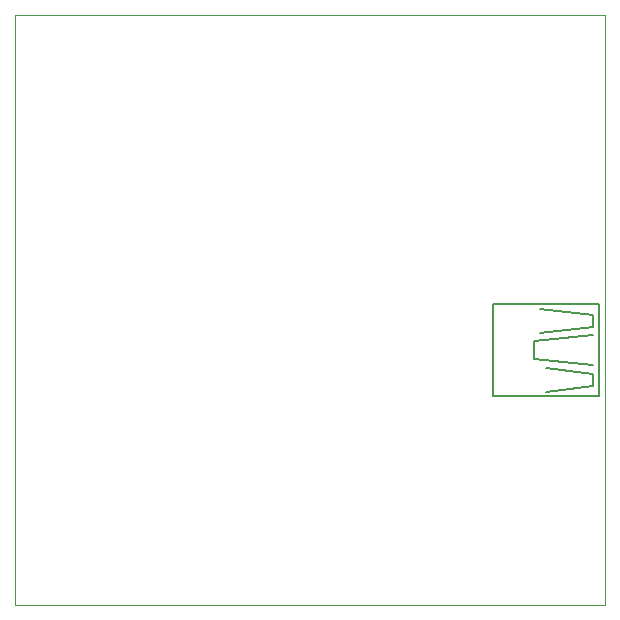
<source format=gbo>
G75*
G70*
%OFA0B0*%
%FSLAX24Y24*%
%IPPOS*%
%LPD*%
%AMOC8*
5,1,8,0,0,1.08239X$1,22.5*
%
%ADD10C,0.0000*%
%ADD11C,0.0050*%
D10*
X000302Y000726D02*
X000302Y020411D01*
X019987Y020411D01*
X019987Y000726D01*
X000302Y000726D01*
D11*
X016235Y007690D02*
X019779Y007690D01*
X019779Y010761D01*
X016235Y010761D01*
X016235Y007690D01*
X017613Y008930D02*
X017613Y009521D01*
X019582Y009718D01*
X019582Y010013D02*
X017810Y009816D01*
X017810Y010604D02*
X019582Y010407D01*
X019582Y010013D01*
X019582Y008734D02*
X017613Y008930D01*
X018007Y008635D02*
X019582Y008438D01*
X019582Y008045D01*
X018007Y007848D01*
M02*

</source>
